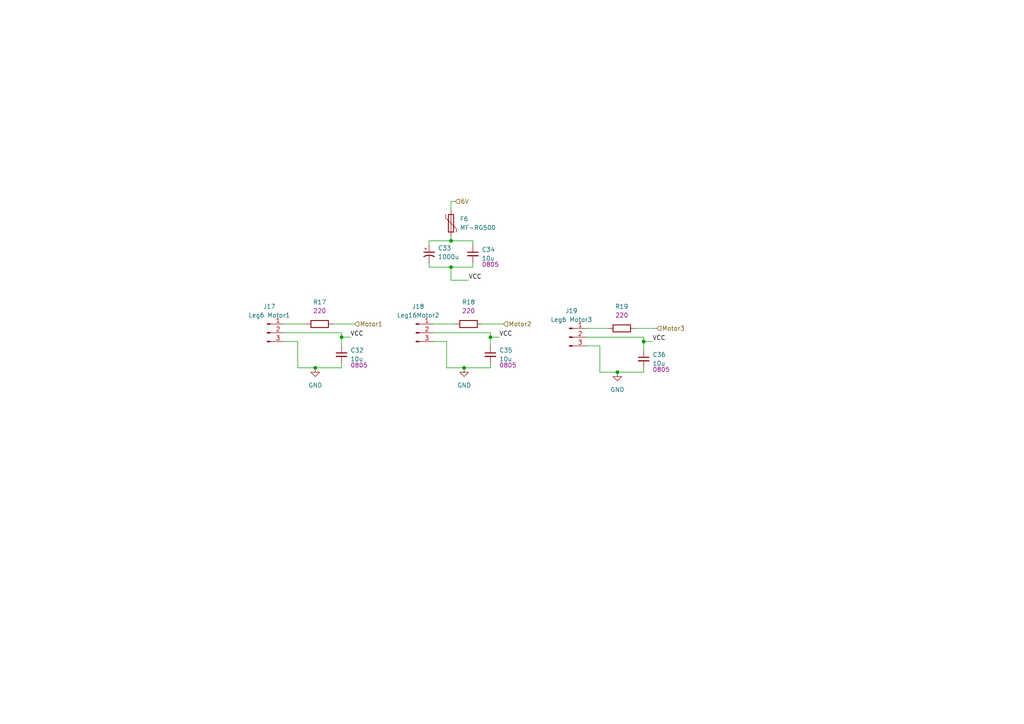
<source format=kicad_sch>
(kicad_sch (version 20250114) (generator "eeschema") (generator_version "9.0")
  (paper "A4")
  (lib_symbols
    (symbol "Connector:Conn_01x03_Pin" (pin_names (offset 1.016) (hide yes))
      (property "Reference" "J" (at 0 5.08 0))
      (property "Value" "Conn_01x03_Pin" (at 0 -5.08 0))
      (symbol "Conn_01x03_Pin_1_1"
        (rectangle (start 0.8636 2.667) (end 0 2.413) (stroke (width 0.1524)) (fill (type outline)))
        (rectangle (start 0.8636 0.127) (end 0 -0.127) (stroke (width 0.1524)) (fill (type outline)))
        (rectangle (start 0.8636 -2.413) (end 0 -2.667) (stroke (width 0.1524)) (fill (type outline)))
        (polyline (pts (xy 1.27 2.54) (xy 0.8636 2.54)) (stroke (width 0.1524)))
        (polyline (pts (xy 1.27 0) (xy 0.8636 0)) (stroke (width 0.1524)))
        (polyline (pts (xy 1.27 -2.54) (xy 0.8636 -2.54)) (stroke (width 0.1524)))
        (pin passive line (at 5.08 2.54 180) (length 3.81) (name "Pin_1") (number "1"))
        (pin passive line (at 5.08 0 180) (length 3.81) (name "Pin_2") (number "2"))
        (pin passive line (at 5.08 -2.54 180) (length 3.81) (name "Pin_3") (number "3"))
      )
    )
    (symbol "Device:C_Polarized_Small_US" (pin_numbers (hide yes)) (pin_names (offset 0.254) (hide yes))
      (property "Reference" "C" (at 0.254 1.778 0))
      (property "Value" "C_Polarized_Small_US" (at 0.254 -2.032 0))
      (symbol "C_Polarized_Small_US_0_1"
        (polyline (pts (xy -1.524 0.508) (xy 1.524 0.508)) (stroke (width 0.3048)))
        (polyline (pts (xy -1.27 1.524) (xy -0.762 1.524)))
        (polyline (pts (xy -1.016 1.27) (xy -1.016 1.778)))
        (arc (start -1.524 -0.762) (mid 0 -0.3734) (end 1.524 -0.762) (stroke (width 0.3048)))
      )
      (symbol "C_Polarized_Small_US_1_1"
        (pin passive line (at 0 2.54 270) (length 2.032) (name "~") (number "1"))
        (pin passive line (at 0 -2.54 90) (length 2.032) (name "~") (number "2"))
      )
    )
    (symbol "Device:C_Small" (pin_numbers (hide yes)) (pin_names (offset 0.254) (hide yes))
      (property "Reference" "C" (at 0.254 1.778 0))
      (property "Value" "C_Small" (at 0.254 -2.032 0))
      (symbol "C_Small_0_1"
        (polyline (pts (xy -1.524 0.508) (xy 1.524 0.508)) (stroke (width 0.3048)))
        (polyline (pts (xy -1.524 -0.508) (xy 1.524 -0.508)) (stroke (width 0.3302)))
      )
      (symbol "C_Small_1_1"
        (pin passive line (at 0 2.54 270) (length 2.032) (name "~") (number "1"))
        (pin passive line (at 0 -2.54 90) (length 2.032) (name "~") (number "2"))
      )
    )
    (symbol "Device:Polyfuse" (pin_numbers (hide yes)) (pin_names (offset 0))
      (property "Reference" "F" (at -2.54 0 90))
      (property "Value" "Polyfuse" (at 2.54 0 90))
      (symbol "Polyfuse_0_1"
        (polyline (pts (xy -1.524 2.54) (xy -1.524 1.524) (xy 1.524 -1.524) (xy 1.524 -2.54)))
        (rectangle (start -0.762 2.54) (end 0.762 -2.54) (stroke (width 0.254)))
        (polyline (pts (xy 0 2.54) (xy 0 -2.54)))
      )
      (symbol "Polyfuse_1_1"
        (pin passive line (at 0 3.81 270) (length 1.27) (name "~") (number "1"))
        (pin passive line (at 0 -3.81 90) (length 1.27) (name "~") (number "2"))
      )
    )
    (symbol "PCM_4ms_Resistor:150K_0603" (pin_numbers (hide yes)) (pin_names (offset 0))
      (property "Reference" "R" (at 2.032 0 90))
      (property "Display" "150K" (at 3.81 0 90))
      (symbol "150K_0603_0_1"
        (rectangle (start -1.016 -2.54) (end 1.016 2.54) (stroke (width 0.254)))
      )
      (symbol "150K_0603_1_1"
        (pin passive line (at 0 3.81 270) (length 1.27) (name "~") (number "1"))
        (pin passive line (at 0 -3.81 90) (length 1.27) (name "~") (number "2"))
      )
    )
    (symbol "power:GND" (power) (pin_numbers (hide yes)) (pin_names (offset 0) (hide yes))
      (property "Value" "GND" (at 0 -3.81 0))
      (symbol "GND_0_1"
        (polyline (pts (xy 0 0) (xy 0 -1.27) (xy 1.27 -1.27) (xy 0 -2.54) (xy -1.27 -1.27) (xy 0 -1.27)))
      )
      (symbol "GND_1_1"
        (pin power_in line (at 0 0 270) (length 0) (name "~") (number "1"))
      )
    )
  )
  (junction (at 130.81 77.47))
  (junction (at 186.69 99.06))
  (junction (at 134.62 106.68))
  (junction (at 179.07 107.95))
  (junction (at 91.44 106.68))
  (junction (at 130.81 69.85))
  (junction (at 142.24 97.79))
  (junction (at 99.06 97.79))
  (wire (pts (xy 99.06 105.41) (xy 99.06 106.68)))
  (wire (pts (xy 125.73 93.98) (xy 132.08 93.98)))
  (wire (pts (xy 137.16 77.47) (xy 137.16 76.2)))
  (wire (pts (xy 142.24 96.52) (xy 125.73 96.52)))
  (wire (pts (xy 91.44 106.68) (xy 99.06 106.68)))
  (wire (pts (xy 99.06 96.52) (xy 82.55 96.52)))
  (wire (pts (xy 130.81 81.28) (xy 135.89 81.28)))
  (wire (pts (xy 129.54 106.68) (xy 129.54 99.06)))
  (wire (pts (xy 99.06 97.79) (xy 101.6 97.79)))
  (wire (pts (xy 173.99 107.95) (xy 173.99 100.33)))
  (wire (pts (xy 99.06 96.52) (xy 99.06 97.79)))
  (wire (pts (xy 129.54 99.06) (xy 125.73 99.06)))
  (wire (pts (xy 130.81 77.47) (xy 130.81 81.28)))
  (wire (pts (xy 179.07 107.95) (xy 186.69 107.95)))
  (wire (pts (xy 173.99 107.95) (xy 179.07 107.95)))
  (wire (pts (xy 137.16 69.85) (xy 137.16 71.12)))
  (wire (pts (xy 186.69 97.79) (xy 170.18 97.79)))
  (wire (pts (xy 142.24 97.79) (xy 144.78 97.79)))
  (wire (pts (xy 129.54 106.68) (xy 134.62 106.68)))
  (wire (pts (xy 130.81 68.58) (xy 130.81 69.85)))
  (wire (pts (xy 124.46 76.2) (xy 124.46 77.47)))
  (wire (pts (xy 86.36 106.68) (xy 86.36 99.06)))
  (wire (pts (xy 99.06 97.79) (xy 99.06 100.33)))
  (wire (pts (xy 130.81 69.85) (xy 137.16 69.85)))
  (wire (pts (xy 142.24 105.41) (xy 142.24 106.68)))
  (wire (pts (xy 96.52 93.98) (xy 102.87 93.98)))
  (wire (pts (xy 134.62 106.68) (xy 142.24 106.68)))
  (wire (pts (xy 142.24 96.52) (xy 142.24 97.79)))
  (wire (pts (xy 139.7 93.98) (xy 146.05 93.98)))
  (wire (pts (xy 142.24 97.79) (xy 142.24 100.33)))
  (wire (pts (xy 186.69 106.68) (xy 186.69 107.95)))
  (wire (pts (xy 184.15 95.25) (xy 190.5 95.25)))
  (wire (pts (xy 86.36 106.68) (xy 91.44 106.68)))
  (wire (pts (xy 124.46 69.85) (xy 130.81 69.85)))
  (wire (pts (xy 132.08 58.42) (xy 130.81 58.42)))
  (wire (pts (xy 124.46 77.47) (xy 130.81 77.47)))
  (wire (pts (xy 186.69 99.06) (xy 186.69 101.6)))
  (wire (pts (xy 86.36 99.06) (xy 82.55 99.06)))
  (wire (pts (xy 130.81 77.47) (xy 137.16 77.47)))
  (wire (pts (xy 124.46 69.85) (xy 124.46 71.12)))
  (wire (pts (xy 170.18 95.25) (xy 176.53 95.25)))
  (wire (pts (xy 82.55 93.98) (xy 88.9 93.98)))
  (wire (pts (xy 130.81 58.42) (xy 130.81 60.96)))
  (wire (pts (xy 186.69 97.79) (xy 186.69 99.06)))
  (wire (pts (xy 186.69 99.06) (xy 189.23 99.06)))
  (wire (pts (xy 173.99 100.33) (xy 170.18 100.33)))
  (label "VCC" (at 189.23 99.06 0))
  (label "VCC" (at 101.6 97.79 0))
  (label "VCC" (at 135.89 81.28 0))
  (label "VCC" (at 144.78 97.79 0))
  (hierarchical_label "Motor1" (shape input) (at 102.87 93.98 0))
  (hierarchical_label "Motor2" (shape input) (at 146.05 93.98 0))
  (hierarchical_label "6V" (shape input) (at 132.08 58.42 0))
  (hierarchical_label "Motor3" (shape input) (at 190.5 95.25 0))
  (symbol (lib_id "Device:C_Small") (at 99.06 102.87 0) (unit 1)
    (property "Reference" "C32" (at 101.6 101.6062 0) (effects (justify left)))
    (property "Value" "10u" (at 101.6 104.1462 0) (effects (justify left)))
    (property "Footprint" "Capacitor_SMD:C_0805_2012Metric_Pad1.18x1.45mm_HandSolder" (effects (hide yes)))
    (property "Description" "0805" (at 104.14 105.918 0))
  )
  (symbol (lib_id "Device:C_Small") (at 137.16 73.66 0) (unit 1)
    (property "Reference" "C34" (at 139.7 72.3962 0) (effects (justify left)))
    (property "Value" "10u" (at 139.7 74.9362 0) (effects (justify left)))
    (property "Footprint" "Capacitor_SMD:C_0805_2012Metric_Pad1.18x1.45mm_HandSolder" (effects (hide yes)))
    (property "Description" "0805" (at 142.24 76.708 0))
  )
  (symbol (lib_id "power:GND") (at 179.07 107.95 0) (unit 1)
    (property "Reference" "#PWR047" (effects (hide yes)))
    (property "Value" "GND" (at 179.07 113.03 0))
    (property "Description" "Power symbol creates a global label with name \"GND\" , ground" (effects (hide yes)))
  )
  (symbol (lib_id "PCM_4ms_Resistor:150K_0603") (at 135.89 93.98 90) (unit 1)
    (property "Reference" "R18" (at 135.89 87.63 90))
    (property "Value" "150K_0603" (effects (hide yes)))
    (property "Footprint" "PCM_4ms_Resistor:R_0805_2012Metric" (effects (hide yes)))
    (property "Description" "150K, 1%, 1/10W, 0603" (effects (hide yes)))
    (property "Specifications" "150K, 1%, 1/10W, 0603" (effects (hide yes)))
    (property "Manufacturer" "Yageo" (effects (hide yes)))
    (property "Part Number" "RC0603FR-07150KL" (effects (hide yes)))
    (property "Display" "220" (at 135.89 90.17 90))
    (property "JLCPCB ID" "C22807" (effects (hide yes)))
  )
  (symbol (lib_id "Device:C_Small") (at 142.24 102.87 0) (unit 1)
    (property "Reference" "C35" (at 144.78 101.6062 0) (effects (justify left)))
    (property "Value" "10u" (at 144.78 104.1462 0) (effects (justify left)))
    (property "Footprint" "Capacitor_SMD:C_0805_2012Metric_Pad1.18x1.45mm_HandSolder" (effects (hide yes)))
    (property "Description" "0805" (at 147.32 105.918 0))
  )
  (symbol (lib_id "Connector:Conn_01x03_Pin") (at 120.65 96.52 0) (unit 1)
    (property "Reference" "J18" (at 121.285 88.9 0))
    (property "Value" "Leg16Motor2" (at 121.285 91.44 0))
    (property "Footprint" "Connector_PinHeader_2.54mm:PinHeader_1x03_P2.54mm_Vertical" (effects (hide yes)))
    (property "Description" "Generic connector, single row, 01x03, script generated" (effects (hide yes)))
  )
  (symbol (lib_id "Device:Polyfuse") (at 130.81 64.77 0) (unit 1)
    (property "Reference" "F6" (at 133.35 63.4999 0) (effects (justify left)))
    (property "Value" "MF-RG500" (at 133.35 66.0399 0) (effects (justify left)))
    (property "Footprint" "Fuse:Fuse_Bourns_MF-RG500" (effects (hide yes)))
    (property "Description" "Resettable fuse, polymeric positive temperature coefficient" (effects (hide yes)))
  )
  (symbol (lib_id "PCM_4ms_Resistor:150K_0603") (at 180.34 95.25 90) (unit 1)
    (property "Reference" "R19" (at 180.34 88.9 90))
    (property "Value" "150K_0603" (effects (hide yes)))
    (property "Footprint" "PCM_4ms_Resistor:R_0805_2012Metric" (effects (hide yes)))
    (property "Description" "150K, 1%, 1/10W, 0603" (effects (hide yes)))
    (property "Specifications" "150K, 1%, 1/10W, 0603" (effects (hide yes)))
    (property "Manufacturer" "Yageo" (effects (hide yes)))
    (property "Part Number" "RC0603FR-07150KL" (effects (hide yes)))
    (property "Display" "220" (at 180.34 91.44 90))
    (property "JLCPCB ID" "C22807" (effects (hide yes)))
  )
  (symbol (lib_id "Connector:Conn_01x03_Pin") (at 77.47 96.52 0) (unit 1)
    (property "Reference" "J17" (at 78.105 88.9 0))
    (property "Value" "Leg6 Motor1" (at 78.105 91.44 0))
    (property "Footprint" "Connector_PinHeader_2.54mm:PinHeader_1x03_P2.54mm_Vertical" (effects (hide yes)))
    (property "Description" "Generic connector, single row, 01x03, script generated" (effects (hide yes)))
  )
  (symbol (lib_id "Device:C_Polarized_Small_US") (at 124.46 73.66 0) (unit 1)
    (property "Reference" "C33" (at 127 71.9581 0) (effects (justify left)))
    (property "Value" "1000u" (at 127 74.4981 0) (effects (justify left)))
    (property "Footprint" "Capacitor_SMD:CP_Elec_10x10" (effects (hide yes)))
    (property "Description" "Polarized capacitor, small US symbol" (effects (hide yes)))
  )
  (symbol (lib_id "power:GND") (at 91.44 106.68 0) (unit 1)
    (property "Reference" "#PWR045" (effects (hide yes)))
    (property "Value" "GND" (at 91.44 111.76 0))
    (property "Description" "Power symbol creates a global label with name \"GND\" , ground" (effects (hide yes)))
  )
  (symbol (lib_id "Device:C_Small") (at 186.69 104.14 0) (unit 1)
    (property "Reference" "C36" (at 189.23 102.8762 0) (effects (justify left)))
    (property "Value" "10u" (at 189.23 105.4162 0) (effects (justify left)))
    (property "Footprint" "Capacitor_SMD:C_0805_2012Metric_Pad1.18x1.45mm_HandSolder" (effects (hide yes)))
    (property "Description" "0805" (at 191.77 107.188 0))
  )
  (symbol (lib_id "Connector:Conn_01x03_Pin") (at 165.1 97.79 0) (unit 1)
    (property "Reference" "J19" (at 165.735 90.17 0))
    (property "Value" "Leg6 Motor3" (at 165.735 92.71 0))
    (property "Footprint" "Connector_PinHeader_2.54mm:PinHeader_1x03_P2.54mm_Vertical" (effects (hide yes)))
    (property "Description" "Generic connector, single row, 01x03, script generated" (effects (hide yes)))
  )
  (symbol (lib_id "power:GND") (at 134.62 106.68 0) (unit 1)
    (property "Reference" "#PWR046" (effects (hide yes)))
    (property "Value" "GND" (at 134.62 111.76 0))
    (property "Description" "Power symbol creates a global label with name \"GND\" , ground" (effects (hide yes)))
  )
  (symbol (lib_id "PCM_4ms_Resistor:150K_0603") (at 92.71 93.98 90) (unit 1)
    (property "Reference" "R17" (at 92.71 87.63 90))
    (property "Value" "150K_0603" (effects (hide yes)))
    (property "Footprint" "PCM_4ms_Resistor:R_0805_2012Metric" (effects (hide yes)))
    (property "Description" "150K, 1%, 1/10W, 0603" (effects (hide yes)))
    (property "Specifications" "150K, 1%, 1/10W, 0603" (effects (hide yes)))
    (property "Manufacturer" "Yageo" (effects (hide yes)))
    (property "Part Number" "RC0603FR-07150KL" (effects (hide yes)))
    (property "Display" "220" (at 92.71 90.17 90))
    (property "JLCPCB ID" "C22807" (effects (hide yes)))
  )
)
</source>
